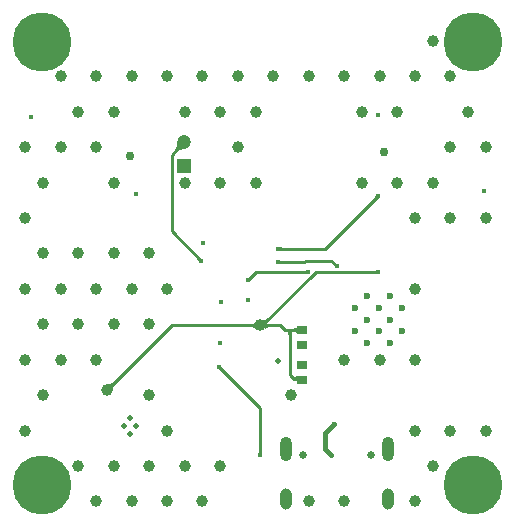
<source format=gbl>
G04*
G04 #@! TF.GenerationSoftware,Altium Limited,Altium Designer,25.2.1 (25)*
G04*
G04 Layer_Physical_Order=4*
G04 Layer_Color=16711680*
%FSLAX25Y25*%
%MOIN*%
G70*
G04*
G04 #@! TF.SameCoordinates,1F312145-2A38-4454-B551-27999C65A1A9*
G04*
G04*
G04 #@! TF.FilePolarity,Positive*
G04*
G01*
G75*
%ADD37R,0.03394X0.02894*%
G04:AMPARAMS|DCode=52|XSize=39.37mil|YSize=70.87mil|CornerRadius=19.68mil|HoleSize=0mil|Usage=FLASHONLY|Rotation=0.000|XOffset=0mil|YOffset=0mil|HoleType=Round|Shape=RoundedRectangle|*
%AMROUNDEDRECTD52*
21,1,0.03937,0.03150,0,0,0.0*
21,1,0.00000,0.07087,0,0,0.0*
1,1,0.03937,0.00000,-0.01575*
1,1,0.03937,0.00000,-0.01575*
1,1,0.03937,0.00000,0.01575*
1,1,0.03937,0.00000,0.01575*
%
%ADD52ROUNDEDRECTD52*%
G04:AMPARAMS|DCode=53|XSize=39.37mil|YSize=82.68mil|CornerRadius=19.68mil|HoleSize=0mil|Usage=FLASHONLY|Rotation=0.000|XOffset=0mil|YOffset=0mil|HoleType=Round|Shape=RoundedRectangle|*
%AMROUNDEDRECTD53*
21,1,0.03937,0.04331,0,0,0.0*
21,1,0.00000,0.08268,0,0,0.0*
1,1,0.03937,0.00000,-0.02165*
1,1,0.03937,0.00000,-0.02165*
1,1,0.03937,0.00000,0.02165*
1,1,0.03937,0.00000,0.02165*
%
%ADD53ROUNDEDRECTD53*%
%ADD54C,0.02559*%
%ADD61C,0.02362*%
%ADD65C,0.01000*%
%ADD66C,0.01500*%
%ADD67C,0.02953*%
%ADD68R,0.04724X0.04724*%
%ADD69C,0.04724*%
%ADD70C,0.19685*%
%ADD71C,0.03937*%
%ADD72C,0.01772*%
%ADD73C,0.01968*%
G36*
X87388Y66281D02*
X87290Y66173D01*
X87194Y66048D01*
X87102Y65908D01*
X87014Y65751D01*
X86964Y65651D01*
X87069Y65601D01*
X87236Y65540D01*
X87402Y65496D01*
X87567Y65469D01*
X87731Y65461D01*
Y64461D01*
X87567Y64452D01*
X87402Y64425D01*
X87236Y64382D01*
X87069Y64320D01*
X86902Y64241D01*
X86733Y64145D01*
X86564Y64030D01*
X86394Y63899D01*
X86223Y63749D01*
X86051Y63583D01*
Y65339D01*
X85170Y66858D01*
X85382Y66807D01*
X85585Y66775D01*
X85778Y66762D01*
X85962Y66767D01*
X86138Y66790D01*
X86304Y66832D01*
X86461Y66892D01*
X86609Y66971D01*
X86747Y67068D01*
X86877Y67184D01*
X87388Y66281D01*
D02*
G37*
G36*
X83240Y63583D02*
X83068Y63749D01*
X82897Y63899D01*
X82727Y64030D01*
X82558Y64145D01*
X82390Y64241D01*
X82222Y64320D01*
X82056Y64382D01*
X81890Y64425D01*
X81725Y64452D01*
X81561Y64461D01*
Y65461D01*
X81725Y65469D01*
X81890Y65496D01*
X82056Y65540D01*
X82222Y65601D01*
X82390Y65680D01*
X82558Y65777D01*
X82727Y65891D01*
X82897Y66022D01*
X83068Y66172D01*
X83240Y66339D01*
Y63583D01*
D02*
G37*
G36*
X96752Y62446D02*
X96740Y62541D01*
X96708Y62626D01*
X96656Y62701D01*
X96584Y62766D01*
X96493Y62821D01*
X96382Y62866D01*
X96251Y62901D01*
X96101Y62926D01*
X95930Y62941D01*
X95906Y62942D01*
X95798Y62936D01*
X95628Y62906D01*
X95478Y62856D01*
X95348Y62786D01*
X95238Y62696D01*
X95148Y62586D01*
X95078Y62456D01*
X95028Y62306D01*
X94998Y62136D01*
X94988Y61946D01*
X93988D01*
X93978Y62136D01*
X93948Y62306D01*
X93898Y62456D01*
X93828Y62586D01*
X93738Y62696D01*
X93628Y62786D01*
X93498Y62856D01*
X93348Y62906D01*
X93178Y62936D01*
X92988Y62946D01*
X94488Y63946D01*
X95740Y63112D01*
Y63946D01*
X95930Y63951D01*
X96101Y63966D01*
X96251Y63991D01*
X96382Y64026D01*
X96493Y64071D01*
X96584Y64126D01*
X96656Y64191D01*
X96708Y64266D01*
X96740Y64351D01*
X96752Y64446D01*
Y62446D01*
D02*
G37*
G36*
X71755Y51137D02*
X71766Y51097D01*
X71784Y51054D01*
X71809Y51007D01*
X71841Y50956D01*
X71881Y50901D01*
X71982Y50779D01*
X72113Y50642D01*
X71406Y49935D01*
X71335Y50003D01*
X71147Y50166D01*
X71092Y50206D01*
X71041Y50238D01*
X70993Y50264D01*
X70950Y50281D01*
X70911Y50292D01*
X70875Y50295D01*
X71752Y51172D01*
X71755Y51137D01*
D02*
G37*
G36*
X96752Y46256D02*
X96741Y46337D01*
X96711Y46410D01*
X96663Y46474D01*
X96596Y46529D01*
X96512Y46576D01*
X96409Y46614D01*
X96287Y46644D01*
X96148Y46665D01*
X95990Y46678D01*
X95814Y46682D01*
Y47682D01*
X95990Y47687D01*
X96148Y47699D01*
X96287Y47721D01*
X96409Y47751D01*
X96512Y47789D01*
X96596Y47836D01*
X96663Y47891D01*
X96711Y47955D01*
X96741Y48028D01*
X96752Y48109D01*
Y46256D01*
D02*
G37*
G36*
X36000Y45135D02*
X35890Y45013D01*
X35792Y44877D01*
X35706Y44729D01*
X35631Y44568D01*
X35568Y44394D01*
X35518Y44206D01*
X35479Y44006D01*
X35452Y43793D01*
X35436Y43566D01*
X35433Y43327D01*
X33484Y45276D01*
X33724Y45279D01*
X33950Y45294D01*
X34163Y45321D01*
X34364Y45360D01*
X34551Y45411D01*
X34725Y45474D01*
X34887Y45548D01*
X35035Y45634D01*
X35170Y45732D01*
X35293Y45842D01*
X36000Y45135D01*
D02*
G37*
G36*
X85147Y22818D02*
X85165Y22569D01*
X85176Y22502D01*
X85189Y22444D01*
X85204Y22392D01*
X85223Y22349D01*
X85243Y22314D01*
X85266Y22286D01*
X84026D01*
X84048Y22314D01*
X84069Y22349D01*
X84087Y22392D01*
X84102Y22444D01*
X84116Y22502D01*
X84127Y22569D01*
X84141Y22727D01*
X84146Y22916D01*
X85146D01*
X85147Y22818D01*
D02*
G37*
G36*
X64421Y87861D02*
X64492Y87792D01*
X64680Y87629D01*
X64735Y87589D01*
X64786Y87557D01*
X64833Y87532D01*
X64877Y87514D01*
X64916Y87503D01*
X64952Y87500D01*
X64075Y86623D01*
X64072Y86659D01*
X64061Y86698D01*
X64043Y86741D01*
X64018Y86789D01*
X63986Y86840D01*
X63946Y86895D01*
X63845Y87016D01*
X63714Y87154D01*
X64421Y87861D01*
D02*
G37*
G36*
X81955Y80657D02*
X81886Y80587D01*
X81723Y80399D01*
X81684Y80344D01*
X81651Y80293D01*
X81626Y80245D01*
X81608Y80202D01*
X81598Y80163D01*
X81594Y80127D01*
X80717Y81004D01*
X80753Y81007D01*
X80792Y81018D01*
X80836Y81036D01*
X80883Y81061D01*
X80934Y81093D01*
X80989Y81133D01*
X81111Y81234D01*
X81248Y81365D01*
X81955Y80657D01*
D02*
G37*
G36*
X91814Y85524D02*
X91715Y85522D01*
X91467Y85504D01*
X91400Y85494D01*
X91341Y85480D01*
X91290Y85465D01*
X91247Y85447D01*
X91211Y85426D01*
X91184Y85404D01*
Y86644D01*
X91211Y86621D01*
X91247Y86601D01*
X91290Y86582D01*
X91341Y86567D01*
X91400Y86554D01*
X91467Y86543D01*
X91625Y86528D01*
X91814Y86524D01*
Y85524D01*
D02*
G37*
G36*
Y90051D02*
X91715Y90050D01*
X91467Y90032D01*
X91400Y90021D01*
X91341Y90008D01*
X91290Y89992D01*
X91247Y89974D01*
X91211Y89954D01*
X91184Y89931D01*
Y91171D01*
X91211Y91148D01*
X91247Y91128D01*
X91290Y91110D01*
X91341Y91094D01*
X91400Y91081D01*
X91467Y91070D01*
X91625Y91056D01*
X91814Y91051D01*
Y90051D01*
D02*
G37*
G36*
X56264Y123703D02*
X56386Y123841D01*
X56494Y123999D01*
X56590Y124176D01*
X56672Y124373D01*
X56741Y124589D01*
X56797Y124824D01*
X56840Y125079D01*
X56870Y125354D01*
X56890Y125961D01*
X59228Y123622D01*
X58915Y123619D01*
X58347Y123573D01*
X58092Y123530D01*
X57856Y123474D01*
X57640Y123405D01*
X57444Y123322D01*
X57267Y123227D01*
X57109Y123118D01*
X56971Y122996D01*
X56264Y123703D01*
D02*
G37*
G36*
X99131Y83177D02*
X99230Y83178D01*
X99478Y83196D01*
X99545Y83207D01*
X99604Y83220D01*
X99655Y83236D01*
X99698Y83254D01*
X99734Y83274D01*
X99761Y83297D01*
Y82057D01*
X99734Y82080D01*
X99698Y82100D01*
X99655Y82118D01*
X99604Y82134D01*
X99545Y82147D01*
X99478Y82158D01*
X99320Y82172D01*
X99131Y82177D01*
Y83177D01*
D02*
G37*
G36*
X122753D02*
X122852Y83178D01*
X123100Y83196D01*
X123167Y83207D01*
X123226Y83220D01*
X123277Y83236D01*
X123320Y83254D01*
X123356Y83274D01*
X123383Y83297D01*
Y82057D01*
X123356Y82080D01*
X123320Y82100D01*
X123277Y82118D01*
X123226Y82134D01*
X123167Y82147D01*
X123100Y82158D01*
X122942Y82172D01*
X122753Y82177D01*
Y83177D01*
D02*
G37*
G36*
X109697Y85892D02*
X109767Y85823D01*
X109956Y85660D01*
X110011Y85621D01*
X110062Y85588D01*
X110109Y85563D01*
X110152Y85545D01*
X110192Y85535D01*
X110227Y85531D01*
X109350Y84654D01*
X109347Y84690D01*
X109337Y84729D01*
X109319Y84773D01*
X109293Y84820D01*
X109261Y84871D01*
X109221Y84926D01*
X109120Y85048D01*
X108990Y85185D01*
X109697Y85892D01*
D02*
G37*
G36*
X122769Y107728D02*
X122838Y107799D01*
X123001Y107987D01*
X123041Y108042D01*
X123073Y108093D01*
X123098Y108141D01*
X123116Y108184D01*
X123127Y108223D01*
X123130Y108259D01*
X124007Y107382D01*
X123971Y107379D01*
X123932Y107368D01*
X123889Y107350D01*
X123841Y107325D01*
X123790Y107293D01*
X123735Y107253D01*
X123614Y107152D01*
X123476Y107021D01*
X122769Y107728D01*
D02*
G37*
D37*
X98425Y46790D02*
D03*
Y51635D02*
D03*
Y58601D02*
D03*
Y63446D02*
D03*
D52*
X93228Y7224D02*
D03*
X127244D02*
D03*
D53*
X93228Y23681D02*
D03*
X127244D02*
D03*
D54*
X98858Y21713D02*
D03*
X121614D02*
D03*
D61*
X131890Y63041D02*
D03*
X124114D02*
D03*
X116339D02*
D03*
X131890Y70817D02*
D03*
X124114D02*
D03*
X116339D02*
D03*
X120226Y59153D02*
D03*
Y66929D02*
D03*
Y74705D02*
D03*
X128002Y59153D02*
D03*
Y66929D02*
D03*
Y74705D02*
D03*
D65*
X108268Y86614D02*
X110236Y84646D01*
X90551Y86024D02*
X99219D01*
X99809Y86614D02*
X108268D01*
X99219Y86024D02*
X99809Y86614D01*
X55118Y96457D02*
X64961Y86614D01*
X55118Y121850D02*
X59252Y125984D01*
X55118Y96457D02*
Y121850D01*
X106299Y90551D02*
X124016Y108268D01*
X90551Y90551D02*
X106299D01*
X84646Y64961D02*
X85361D01*
X103077Y82677D01*
X124016D01*
X33465Y43307D02*
X55118Y64961D01*
X84646D01*
X70866Y51181D02*
X84646Y37402D01*
Y21654D02*
Y37402D01*
X80709Y80118D02*
X83268Y82677D01*
X100394D01*
X98033Y47182D02*
X98425Y46790D01*
X95814Y47182D02*
X98033D01*
X94488Y48508D02*
X95814Y47182D01*
X94488Y48508D02*
Y63446D01*
X98425D01*
X92846D02*
X94488D01*
X91332Y64961D02*
X92846Y63446D01*
X84646Y64961D02*
X91332D01*
D66*
X106299Y23622D02*
X108268Y21654D01*
X106299Y29198D02*
X109274Y32173D01*
X106299Y23622D02*
Y29198D01*
D67*
X41339Y121457D02*
D03*
X125984Y122638D02*
D03*
D68*
X59252Y118110D02*
D03*
D69*
Y125984D02*
D03*
D70*
X11811Y11811D02*
D03*
X155512D02*
D03*
X11811Y159449D02*
D03*
X155512D02*
D03*
D71*
X159842Y124409D02*
D03*
Y100787D02*
D03*
Y29921D02*
D03*
X148031Y148031D02*
D03*
X153937Y136220D02*
D03*
X148031Y124409D02*
D03*
Y100787D02*
D03*
Y29921D02*
D03*
X142126Y159842D02*
D03*
X136220Y148031D02*
D03*
X142126Y112598D02*
D03*
X136220Y100787D02*
D03*
Y77165D02*
D03*
Y53543D02*
D03*
Y29921D02*
D03*
X142126Y18110D02*
D03*
X136220Y6299D02*
D03*
X124409Y148031D02*
D03*
X130315Y136220D02*
D03*
Y112598D02*
D03*
X124409Y53543D02*
D03*
X112598Y148031D02*
D03*
X118504Y136220D02*
D03*
Y112598D02*
D03*
X112598Y53543D02*
D03*
Y6299D02*
D03*
X100787Y148031D02*
D03*
Y6299D02*
D03*
X88976Y148031D02*
D03*
X94882Y41732D02*
D03*
X77165Y148031D02*
D03*
X83071Y136220D02*
D03*
X77165Y124409D02*
D03*
X83071Y112598D02*
D03*
X65354Y148031D02*
D03*
X71260Y136220D02*
D03*
Y112598D02*
D03*
Y18110D02*
D03*
X65354Y6299D02*
D03*
X53543Y148031D02*
D03*
X59449Y136220D02*
D03*
Y112598D02*
D03*
X53543Y77165D02*
D03*
Y29921D02*
D03*
X59449Y18110D02*
D03*
X53543Y6299D02*
D03*
X41732Y148031D02*
D03*
X47638Y88976D02*
D03*
X41732Y77165D02*
D03*
X47638Y65354D02*
D03*
Y41732D02*
D03*
Y18110D02*
D03*
X41732Y6299D02*
D03*
X29921Y148031D02*
D03*
X35827Y136220D02*
D03*
X29921Y124409D02*
D03*
X35827Y112598D02*
D03*
Y88976D02*
D03*
X29921Y77165D02*
D03*
X35827Y65354D02*
D03*
X29921Y53543D02*
D03*
X35827Y18110D02*
D03*
X29921Y6299D02*
D03*
X18110Y148031D02*
D03*
X24016Y136220D02*
D03*
X18110Y124409D02*
D03*
X24016Y88976D02*
D03*
X18110Y77165D02*
D03*
X24016Y65354D02*
D03*
X18110Y53543D02*
D03*
X24016Y18110D02*
D03*
X6299Y124409D02*
D03*
X12205Y112598D02*
D03*
X6299Y100787D02*
D03*
X12205Y88976D02*
D03*
X6299Y77165D02*
D03*
X12205Y65354D02*
D03*
X6299Y53543D02*
D03*
X12205Y41732D02*
D03*
X6299Y29921D02*
D03*
X33465Y43307D02*
D03*
X84646Y64961D02*
D03*
D72*
X109274Y32173D02*
D03*
X108268Y21654D02*
D03*
X65551Y92520D02*
D03*
X80709Y73425D02*
D03*
X71653Y72835D02*
D03*
X71324Y59055D02*
D03*
X159055Y109646D02*
D03*
X124016Y135236D02*
D03*
X8268Y134449D02*
D03*
X43307Y108858D02*
D03*
X110236Y84646D02*
D03*
X90551Y86024D02*
D03*
X64961Y86614D02*
D03*
X90551Y90551D02*
D03*
X124016Y108268D02*
D03*
Y82677D02*
D03*
X70866Y51181D02*
D03*
X84646Y21654D02*
D03*
X80709Y80118D02*
D03*
X100394Y82677D02*
D03*
X98425Y58601D02*
D03*
Y51635D02*
D03*
D73*
X43307Y31496D02*
D03*
X39370D02*
D03*
X41339Y28740D02*
D03*
Y34252D02*
D03*
X90551Y53150D02*
D03*
M02*

</source>
